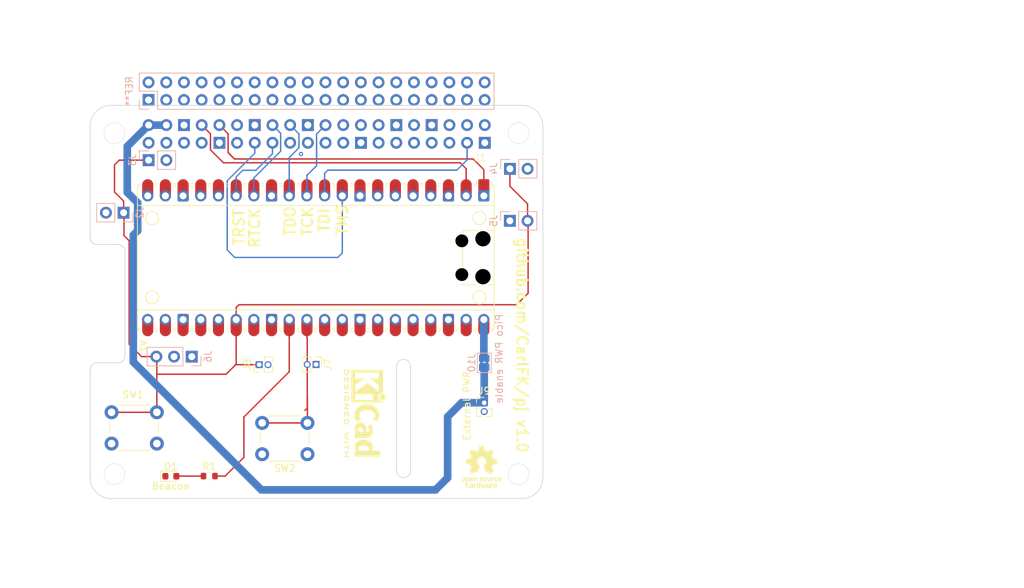
<source format=kicad_pcb>
(kicad_pcb (version 20240108) (generator "pcbnew") (generator_version "8.0")
  (layers (0 "F.Cu" signal) (31 "B.Cu" signal) (34 "B.Paste" user) (35 "F.Paste" user) (36 "B.SilkS" user "B.Silkscreen") (37 "F.SilkS" user "F.Silkscreen") (38 "B.Mask" user) (39 "F.Mask" user) (44 "Edge.Cuts" user))
  (net 0 "")
  (net 4 "Net-(A1-GPIO0)")
  (net 9 "Net-(A1-GPIO20)")
  (net 11 "GND")
  (net 16 "Net-(A1-VBUS)")
  (net 18 "/TDI")
  (net 19 "unconnected-(A1-GPIO3-Pad5)")
  (net 25 "/TRST")
  (net 33 "/RTCK")
  (net 36 "unconnected-(A1-GPIO4-Pad6)")
  (net 37 "unconnected-(A1-GPIO5-Pad7)")
  (net 46 "/TDO")
  (net 52 "/TMS")
  (net 53 "/TCK")
  (net 54 "Net-(A1-RUN)")
  (net 56 "Net-(J10-Pin_2)")
  (net 57 "Net-(D1-A)")
  (net 60 "Net-(A1-GPIO22)")
  (footprint "Resistor_SMD:R_0603_1608Metric" (layer "F.Cu") (at 53.52 93.77)
    (property "Reference" "R1" (at 0 -1.43 0) (layer "F.SilkS"))
    (property "Value" "4.7k")
    (pad "1" smd roundrect (at -0.825 0) (size 0.8 0.95) (layers "F.Cu" "F.Paste" "F.Mask") (net 57 "Net-(D1-A)"))
    (pad "2" smd roundrect (at 0.825 0) (size 0.8 0.95) (layers "F.Cu" "F.Paste" "F.Mask") (net 60 "Net-(A1-GPIO22)"))
  )
  (footprint "Connector_PinHeader_1.27mm:PinHeader_1x02_P1.27mm_Vertical" (layer "F.Cu") (at 93 83.23)
    (property "Reference" "J9" (at 0 -1.695 0) (layer "F.SilkS"))
    (property "Value" "External PWR" (at -2.49 0.43 -90) (layer "F.SilkS"))
    (pad "1" thru_hole rect (at 0 0) (size 1 1) (drill 0.65) (layers "*.Cu" "*.Mask") (net 56 "Net-(J10-Pin_2)"))
    (pad "2" thru_hole oval (at 0 1.27) (size 1 1) (drill 0.65) (layers "*.Cu" "*.Mask") (net 11 "GND"))
  )
  (footprint "LED_SMD:LED_0603_1608Metric" (layer "F.Cu") (at 48.01 93.79)
    (property "Reference" "D1" (at 0 -1.43 0) (layer "F.SilkS"))
    (property "Value" "Beacon" (at 0 1.43 0) (layer "F.SilkS"))
    (pad "1" smd roundrect (at -0.7875 0) (size 0.875 0.95) (layers "F.Cu" "F.Paste" "F.Mask") (net 11 "GND"))
    (pad "2" smd roundrect (at 0.7875 0) (size 0.875 0.95) (layers "F.Cu" "F.Paste" "F.Mask") (net 57 "Net-(D1-A)"))
  )
  (footprint "Button_Switch_THT:SW_PUSH_6mm_H4.3mm" (layer "F.Cu") (at 67.62 90.63 180)
    (property "Reference" "SW2" (at 3.25 -2 0) (layer "F.SilkS"))
    (property "Value" "SW_Push")
    (pad "1" thru_hole circle (at 0 0 270) (size 2 2) (drill 1.1) (layers "*.Cu" "*.Mask") (net 11 "GND"))
    (pad "1" thru_hole circle (at 6.5 0 270) (size 2 2) (drill 1.1) (layers "*.Cu" "*.Mask") (net 11 "GND"))
    (pad "2" thru_hole circle (at 0 4.5 270) (size 2 2) (drill 1.1) (layers "*.Cu" "*.Mask") (net 54 "Net-(A1-RUN)"))
    (pad "2" thru_hole circle (at 6.5 4.5 270) (size 2 2) (drill 1.1) (layers "*.Cu" "*.Mask") (net 54 "Net-(A1-RUN)"))
  )
  (footprint "Connector_PinHeader_1.27mm:PinHeader_1x02_P1.27mm_Vertical" (layer "F.Cu") (at 60.69 77.76 90)
    (property "Reference" "J8" (at 0 -1.695 90) (layer "F.SilkS"))
    (property "Value" "Conn_01x02")
    (pad "1" thru_hole rect (at 0 0 90) (size 1 1) (drill 0.65) (layers "*.Cu" "*.Mask") (net 9 "Net-(A1-GPIO20)"))
    (pad "2" thru_hole oval (at 0 1.27 90) (size 1 1) (drill 0.65) (layers "*.Cu" "*.Mask") (net 11 "GND"))
  )
  (footprint "Module_RaspberryPi_Pico:RaspberryPi_Pico_Common" (layer "F.Cu") (at 68.8175 62.39 -90)
    (property "Reference" "A1" (at 11.7475 24.765 -90) (layer "F.SilkS") (effects (justify left)))
    (property "Value" "RaspberryPi_Pico")
    (pad "" np_thru_hole circle (at -2.725 -24 270) (size 2.2 2.2) (drill 2.2) (layers "*.Mask"))
    (pad "" np_thru_hole circle (at -2.425 -20.97 270) (size 1.85 1.85) (drill 1.85) (layers "*.Mask"))
    (pad "" np_thru_hole circle (at 2.425 -20.97 270) (size 1.85 1.85) (drill 1.85) (layers "*.Mask"))
    (pad "" np_thru_hole circle (at 2.725 -24 270) (size 2.2 2.2) (drill 2.2) (layers "*.Mask"))
    (pad "1" thru_hole roundrect (at -8.89 -24.13 270) (size 1.6 1.6) (drill 1) (layers "*.Cu" "*.Mask") (roundrect_rratio 0.125) (net 4 "Net-(A1-GPIO0)"))
    (pad "1" smd custom (at -8.89 -24.13 270) (size 1.6 1.6) (layers "F.Cu" "F.Mask") (net 4 "Net-(A1-GPIO0)") (options (clearance outline) (anchor circle)) (primitives (gr_poly (pts (xy -2.4 0.6) (xy -2.4 -0.6) (xy -2.2 -0.8) (xy 0 -0.8) (xy 0 0.8) (xy -2.2 0.8)) (width 0) (fill yes)) (gr_circle (center -2.2 0.6) (end -2 0.6) (width 0) (fill yes)) (gr_circle (center -2.2 -0.6) (end -2 -0.6) (width 0) (fill yes))))
    (pad "2" thru_hole circle (at -8.89 -21.59 270) (size 1.6 1.6) (drill 1) (layers "*.Cu" "*.Mask"))
    (pad "2" smd roundrect (at -8.89 -21.59 270) (size 3.2 1.6) (drill (offset -0.8 0)) (layers "F.Cu" "F.Mask") (roundrect_rratio 0.5))
    (pad "3" thru_hole custom (at -8.89 -19.05 270) (size 1.6 1.6) (drill 1) (layers "*.Cu" "*.Mask") (net 11 "GND") (options (clearance outline) (anchor circle)) (primitives (gr_poly (pts (xy 0.8 0.6) (xy 0.8 -0.6) (xy 0.6 -0.8) (xy 0 -0.8) (xy 0 0.8) (xy 0.6 0.8)) (width 0) (fill yes)) (gr_circle (center 0.6 0.6) (end 0.8 0.6) (width 0) (fill yes)) (gr_circle (center 0.6 -0.6) (end 0.8 -0.6) (width 0) (fill yes))))
    (pad "3" smd custom (at -8.89 -19.05 270) (size 1.6 1.6) (layers "F.Cu" "F.Mask") (net 11 "GND") (options (clearance outline) (anchor circle)) (primitives (gr_poly (pts (xy 0.8 -0.6) (xy 0.8 0.6) (xy 0.6 0.8) (xy -1.6 0.8) (xy -1.6 -0.8) (xy 0.6 -0.8)) (width 0) (fill yes)) (gr_circle (center 0.6 0.6) (end 0.8 0.6) (width 0) (fill yes)) (gr_circle (center 0.6 -0.6) (end 0.8 -0.6) (width 0) (fill yes)) (gr_circle (center -1.6 0) (end -0.8 0) (width 0) (fill yes))))
    (pad "4" thru_hole circle (at -8.89 -16.51 270) (size 1.6 1.6) (drill 1) (layers "*.Cu" "*.Mask"))
    (pad "4" smd roundrect (at -8.89 -16.51 270) (size 3.2 1.6) (drill (offset -0.8 0)) (layers "F.Cu" "F.Mask") (roundrect_rratio 0.5))
    (pad "5" thru_hole circle (at -8.89 -13.97 270) (size 1.6 1.6) (drill 1) (layers "*.Cu" "*.Mask") (net 19 "unconnected-(A1-GPIO3-Pad5)"))
    (pad "5" smd roundrect (at -8.89 -13.97 270) (size 3.2 1.6) (drill (offset -0.8 0)) (layers "F.Cu" "F.Mask") (roundrect_rratio 0.5) (net 19 "unconnected-(A1-GPIO3-Pad5)"))
    (pad "6" thru_hole circle (at -8.89 -11.43 270) (size 1.6 1.6) (drill 1) (layers "*.Cu" "*.Mask") (net 36 "unconnected-(A1-GPIO4-Pad6)"))
    (pad "6" smd roundrect (at -8.89 -11.43 270) (size 3.2 1.6) (drill (offset -0.8 0)) (layers "F.Cu" "F.Mask") (roundrect_rratio 0.5) (net 36 "unconnected-(A1-GPIO4-Pad6)"))
    (pad "7" thru_hole circle (at -8.89 -8.89 270) (size 1.6 1.6) (drill 1) (layers "*.Cu" "*.Mask") (net 37 "unconnected-(A1-GPIO5-Pad7)"))
    (pad "7" smd roundrect (at -8.89 -8.89 270) (size 3.2 1.6) (drill (offset -0.8 0)) (layers "F.Cu" "F.Mask") (roundrect_rratio 0.5) (net 37 "unconnected-(A1-GPIO5-Pad7)"))
    (pad "8" thru_hole custom (at -8.89 -6.35 270) (size 1.6 1.6) (drill 1) (layers "*.Cu" "*.Mask") (net 11 "GND") (options (clearance outline) (anchor circle)) (primitives (gr_poly (pts (xy 0.8 0.6) (xy 0.8 -0.6) (xy 0.6 -0.8) (xy 0 -0.8) (xy 0 0.8) (xy 0.6 0.8)) (width 0) (fill yes)) (gr_circle (center 0.6 0.6) (end 0.8 0.6) (width 0) (fill yes)) (gr_circle (center 0.6 -0.6) (end 0.8 -0.6) (width 0) (fill yes))))
    (pad "8" smd custom (at -8.89 -6.35 270) (size 1.6 1.6) (layers "F.Cu" "F.Mask") (net 11 "GND") (options (clearance outline) (anchor circle)) (primitives (gr_poly (pts (xy 0.8 -0.6) (xy 0.8 0.6) (xy 0.6 0.8) (xy -1.6 0.8) (xy -1.6 -0.8) (xy 0.6 -0.8)) (width 0) (fill yes)) (gr_circle (center 0.6 0.6) (end 0.8 0.6) (width 0) (fill yes)) (gr_circle (center 0.6 -0.6) (end 0.8 -0.6) (width 0) (fill yes)) (gr_circle (center -1.6 0) (end -0.8 0) (width 0) (fill yes))))
    (pad "9" thru_hole circle (at -8.89 -3.81 270) (size 1.6 1.6) (drill 1) (layers "*.Cu" "*.Mask") (net 52 "/TMS"))
    (pad "9" smd roundrect (at -8.89 -3.81 270) (size 3.2 1.6) (drill (offset -0.8 0)) (layers "F.Cu" "F.Mask") (roundrect_rratio 0.5) (net 52 "/TMS"))
    (pad "10" thru_hole circle (at -8.89 -1.27 270) (size 1.6 1.6) (drill 1) (layers "*.Cu" "*.Mask") (net 18 "/TDI"))
    (pad "10" smd roundrect (at -8.89 -1.27 270) (size 3.2 1.6) (drill (offset -0.8 0)) (layers "F.Cu" "F.Mask") (roundrect_rratio 0.5) (net 18 "/TDI"))
    (pad "11" thru_hole circle (at -8.89 1.27 270) (size 1.6 1.6) (drill 1) (layers "*.Cu" "*.Mask") (net 53 "/TCK"))
    (pad "11" smd roundrect (at -8.89 1.27 270) (size 3.2 1.6) (drill (offset -0.8 0)) (layers "F.Cu" "F.Mask") (roundrect_rratio 0.5) (net 53 "/TCK"))
    (pad "12" thru_hole circle (at -8.89 3.81 270) (size 1.6 1.6) (drill 1) (layers "*.Cu" "*.Mask") (net 46 "/TDO"))
    (pad "12" smd roundrect (at -8.89 3.81 270) (size 3.2 1.6) (drill (offset -0.8 0)) (layers "F.Cu" "F.Mask") (roundrect_rratio 0.5) (net 46 "/TDO"))
    (pad "13" thru_hole custom (at -8.89 6.35 270) (size 1.6 1.6) (drill 1) (layers "*.Cu" "*.Mask") (net 11 "GND") (options (clearance outline) (anchor circle)) (primitives (gr_poly (pts (xy 0.8 0.6) (xy 0.8 -0.6) (xy 0.6 -0.8) (xy 0 -0.8) (xy 0 0.8) (xy 0.6 0.8)) (width 0) (fill yes)) (gr_circle (center 0.6 0.6) (end 0.8 0.6) (width 0) (fill yes)) (gr_circle (center 0.6 -0.6) (end 0.8 -0.6) (width 0) (fill yes))))
    (pad "13" smd custom (at -8.89 6.35 270) (size 1.6 1.6) (layers "F.Cu" "F.Mask") (net 11 "GND") (options (clearance outline) (anchor circle)) (primitives (gr_poly (pts (xy 0.8 -0.6) (xy 0.8 0.6) (xy 0.6 0.8) (xy -1.6 0.8) (xy -1.6 -0.8) (xy 0.6 -0.8)) (width 0) (fill yes)) (gr_circle (center 0.6 0.6) (end 0.8 0.6) (width 0) (fill yes)) (gr_circle (center 0.6 -0.6) (end 0.8 -0.6) (width 0) (fill yes)) (gr_circle (center -1.6 0) (end -0.8 0) (width 0) (fill yes))))
    (pad "14" thru_hole circle (at -8.89 8.89 270) (size 1.6 1.6) (drill 1) (layers "*.Cu" "*.Mask") (net 33 "/RTCK"))
    (pad "14" smd roundrect (at -8.89 8.89 270) (size 3.2 1.6) (drill (offset -0.8 0)) (layers "F.Cu" "F.Mask") (roundrect_rratio 0.5) (net 33 "/RTCK"))
    (pad "15" thru_hole circle (at -8.89 11.43 270) (size 1.6 1.6) (drill 1) (layers "*.Cu" "*.Mask") (net 25 "/TRST"))
    (pad "15" smd roundrect (at -8.89 11.43 270) (size 3.2 1.6) (drill (offset -0.8 0)) (layers "F.Cu" "F.Mask") (roundrect_rratio 0.5) (net 25 "/TRST"))
    (pad "16" thru_hole circle (at -8.89 13.97 270) (size 1.6 1.6) (drill 1) (layers "*.Cu" "*.Mask"))
    (pad "16" smd roundrect (at -8.89 13.97 270) (size 3.2 1.6) (drill (offset -0.8 0)) (layers "F.Cu" "F.Mask") (roundrect_rratio 0.5))
    (pad "17" thru_hole circle (at -8.89 16.51 270) (size 1.6 1.6) (drill 1) (layers "*.Cu" "*.Mask"))
    (pad "17" smd roundrect (at -8.89 16.51 270) (size 3.2 1.6) (drill (offset -0.8 0)) (layers "F.Cu" "F.Mask") (roundrect_rratio 0.5))
    (pad "18" thru_hole custom (at -8.89 19.05 270) (size 1.6 1.6) (drill 1) (layers "*.Cu" "*.Mask") (net 11 "GND") (options (clearance outline) (anchor circle)) (primitives (gr_poly (pts (xy 0.8 0.6) (xy 0.8 -0.6) (xy 0.6 -0.8) (xy 0 -0.8) (xy 0 0.8) (xy 0.6 0.8)) (width 0) (fill yes)) (gr_circle (center 0.6 0.6) (end 0.8 0.6) (width 0) (fill yes)) (gr_circle (center 0.6 -0.6) (end 0.8 -0.6) (width 0) (fill yes))))
    (pad "18" smd custom (at -8.89 19.05 270) (size 1.6 1.6) (layers "F.Cu" "F.Mask") (net 11 "GND") (options (clearance outline) (anchor circle)) (primitives (gr_poly (pts (xy 0.8 -0.6) (xy 0.8 0.6) (xy 0.6 0.8) (xy -1.6 0.8) (xy -1.6 -0.8) (xy 0.6 -0.8)) (width 0) (fill yes)) (gr_circle (center 0.6 0.6) (end 0.8 0.6) (width 0) (fill yes)) (gr_circle (center 0.6 -0.6) (end 0.8 -0.6) (width 0) (fill yes)) (gr_circle (center -1.6 0) (end -0.8 0) (width 0) (fill yes))))
    (pad "19" thru_hole circle (at -8.89 21.59 270) (size 1.6 1.6) (drill 1) (layers "*.Cu" "*.Mask"))
    (pad "19" smd roundrect (at -8.89 21.59 270) (size 3.2 1.6) (drill (offset -0.8 0)) (layers "F.Cu" "F.Mask") (roundrect_rratio 0.5))
    (pad "20" thru_hole circle (at -8.89 24.13 270) (size 1.6 1.6) (drill 1) (layers "*.Cu" "*.Mask"))
    (pad "20" smd roundrect (at -8.89 24.13 270) (size 3.2 1.6) (drill (offset -0.8 0)) (layers "F.Cu" "F.Mask") (roundrect_rratio 0.5))
    (pad "21" thru_hole circle (at 8.89 24.13 270) (size 1.6 1.6) (drill 1) (layers "*.Cu" "*.Mask"))
    (pad "21" smd roundrect (at 8.89 24.13 270) (size 3.2 1.6) (drill (offset 0.8 0)) (layers "F.Cu" "F.Mask") (roundrect_rratio 0.5))
    (pad "22" thru_hole circle (at 8.89 21.59 270) (size 1.6 1.6) (drill 1) (layers "*.Cu" "*.Mask"))
    (pad "22" smd roundrect (at 8.89 21.59 270) (size 3.2 1.6) (drill (offset 0.8 0)) (layers "F.Cu" "F.Mask") (roundrect_rratio 0.5))
    (pad "23" thru_hole custom (at 8.89 19.05 270) (size 1.6 1.6) (drill 1) (layers "*.Cu" "*.Mask") (net 11 "GND") (options (clearance outline) (anchor circle)) (primitives (gr_poly (pts (xy -0.8 0.6) (xy -0.8 -0.6) (xy -0.6 -0.8) (xy 0 -0.8) (xy 0 0.8) (xy -0.6 0.8)) (width 0) (fill yes)) (gr_circle (center -0.6 0.6) (end -0.4 0.6) (width 0) (fill yes)) (gr_circle (center -0.6 -0.6) (end -0.4 -0.6) (width 0) (fill yes))))
    (pad "23" smd custom (at 8.89 19.05 270) (size 1.6 1.6) (layers "F.Cu" "F.Mask") (net 11 "GND") (options (clearance outline) (anchor circle)) (primitives (gr_poly (pts (xy -0.8 -0.6) (xy -0.8 0.6) (xy -0.6 0.8) (xy 1.6 0.8) (xy 1.6 -0.8) (xy -0.6 -0.8)) (width 0) (fill yes)) (gr_circle (center -0.6 0.6) (end -0.4 0.6) (width 0) (fill yes)) (gr_circle (center -0.6 -0.6) (end -0.4 -0.6) (width 0) (fill yes)) (gr_circle (center 1.6 0) (end 2.4 0) (width 0) (fill yes))))
    (pad "24" thru_hole circle (at 8.89 16.51 270) (size 1.6 1.6) (drill 1) (layers "*.Cu" "*.Mask"))
    (pad "24" smd roundrect (at 8.89 16.51 270) (size 3.2 1.6) (drill (offset 0.8 0)) (layers "F.Cu" "F.Mask") (roundrect_rratio 0.5))
    (pad "25" thru_hole circle (at 8.89 13.97 270) (size 1.6 1.6) (drill 1) (layers "*.Cu" "*.Mask"))
    (pad "25" smd roundrect (at 8.89 13.97 270) (size 3.2 1.6) (drill (offset 0.8 0)) (layers "F.Cu" "F.Mask") (roundrect_rratio 0.5))
    (pad "26" thru_hole circle (at 8.89 11.43 270) (size 1.6 1.6) (drill 1) (layers "*.Cu" "*.Mask") (net 9 "Net-(A1-GPIO20)"))
    (pad "26" smd roundrect (at 8.89 11.43 270) (size 3.2 1.6) (drill (offset 0.8 0)) (layers "F.Cu" "F.Mask") (roundrect_rratio 0.5) (net 9 "Net-(A1-GPIO20)"))
    (pad "27" thru_hole circle (at 8.89 8.89 270) (size 1.6 1.6) (drill 1) (layers "*.Cu" "*.Mask"))
    (pad "27" smd roundrect (at 8.89 8.89 270) (size 3.2 1.6) (drill (offset 0.8 0)) (layers "F.Cu" "F.Mask") (roundrect_rratio 0.5))
    (pad "28" thru_hole custom (at 8.89 6.35 270) (size 1.6 1.6) (drill 1) (layers "*.Cu" "*.Mask") (net 11 "GND") (options (clearance outline) (anchor circle)) (primitives (gr_poly (pts (xy -0.8 0.6) (xy -0.8 -0.6) (xy -0.6 -0.8) (xy 0 -0.8) (xy 0 0.8) (xy -0.6 0.8)) (width 0) (fill yes)) (gr_circle (center -0.6 0.6) (end -0.4 0.6) (width 0) (fill yes)) (gr_circle (center -0.6 -0.6) (end -0.4 -0.6) (width 0) (fill yes))))
    (pad "28" smd custom (at 8.89 6.35 270) (size 1.6 1.6) (layers "F.Cu" "F.Mask") (net 11 "GND") (options (clearance outline) (anchor circle)) (primitives (gr_poly (pts (xy -0.8 -0.6) (xy -0.8 0.6) (xy -0.6 0.8) (xy 1.6 0.8) (xy 1.6 -0.8) (xy -0.6 -0.8)) (width 0) (fill yes)) (gr_circle (center -0.6 0.6) (end -0.4 0.6) (width 0) (fill yes)) (gr_circle (center -0.6 -0.6) (end -0.4 -0.6) (width 0) (fill yes)) (gr_circle (center 1.6 0) (end 2.4 0) (width 0) (fill yes))))
    (pad "29" thru_hole circle (at 8.89 3.81 270) (size 1.6 1.6) (drill 1) (layers "*.Cu" "*.Mask") (net 60 "Net-(A1-GPIO22)"))
    (pad "29" smd roundrect (at 8.89 3.81 270) (size 3.2 1.6) (drill (offset 0.8 0)) (layers "F.Cu" "F.Mask") (roundrect_rratio 0.5) (net 60 "Net-(A1-GPIO22)"))
    (pad "30" thru_hole circle (at 8.89 1.27 270) (size 1.6 1.6) (drill 1) (layers "*.Cu" "*.Mask") (net 54 "Net-(A1-RUN)"))
    (pad "30" smd roundrect (at 8.89 1.27 270) (size 3.2 1.6) (drill (offset 0.8 0)) (layers "F.Cu" "F.Mask") (roundrect_rratio 0.5) (net 54 "Net-(A1-RUN)"))
    (pad "31" thru_hole circle (at 8.89 -1.27 270) (size 1.6 1.6) (drill 1) (layers "*.Cu" "*.Mask"))
    (pad "31" smd roundrect (at 8.89 -1.27 270) (size 3.2 1.6) (drill (offset 0.8 0)) (layers "F.Cu" "F.Mask") (roundrect_rratio 0.5))
    (pad "32" thru_hole circle (at 8.89 -3.81 270) (size 1.6 1.6) (drill 1) (layers "*.Cu" "*.Mask"))
    (pad "32" smd roundrect (at 8.89 -3.81 270) (size 3.2 1.6) (drill (offset 0.8 0)) (layers "F.Cu" "F.Mask") (roundrect_rratio 0.5))
    (pad "33" thru_hole custom (at 8.89 -6.35 270) (size 1.6 1.6) (drill 1) (layers "*.Cu" "*.Mask") (options (clearance outline) (anchor circle)) (primitives (gr_poly (pts (xy -0.8 0.6) (xy -0.8 -0.6) (xy -0.6 -0.8) (xy 0 -0.8) (xy 0 0.8) (xy -0.6 0.8)) (width 0) (fill yes)) (gr_circle (center -0.6 0.6) (end -0.4 0.6) (width 0) (fill yes)) (gr_circle (center -0.6 -0.6) (end -0.4 -0.6) (width 0) (fill yes))))
    (pad "33" smd custom (at 8.89 -6.35 270) (size 1.6 1.6) (layers "F.Cu" "F.Mask") (options (clearance outline) (anchor circle)) (primitives (gr_poly (pts (xy -0.8 -0.6) (xy -0.8 0.6) (xy -0.6 0.8) (xy 1.6 0.8) (xy 1.6 -0.8) (xy -0.6 -0.8)) (width 0) (fill yes)) (gr_circle (center -0.6 0.6) (end -0.4 0.6) (width 0) (fill yes)) (gr_circle (center -0.6 -0.6) (end -0.4 -0.6) (width 0) (fill yes)) (gr_circle (center 1.6 0) (end 2.4 0) (width 0) (fill yes))))
    (pad "34" thru_hole circle (at 8.89 -8.89 270) (size 1.6 1.6) (drill 1) (layers "*.Cu" "*.Mask"))
    (pad "34" smd roundrect (at 8.89 -8.89 270) (size 3.2 1.6) (drill (offset 0.8 0)) (layers "F.Cu" "F.Mask") (roundrect_rratio 0.5))
    (pad "35" thru_hole circle (at 8.89 -11.43 270) (size 1.6 1.6) (drill 1) (layers "*.Cu" "*.Mask"))
    (pad "35" smd roundrect (at 8.89 -11.43 270) (size 3.2 1.6) (drill (offset 0.8 0)) (layers "F.Cu" "F.Mask") (roundrect_rratio 0.5))
    (pad "36" thru_hole circle (at 8.89 -13.97 270) (size 1.6 1.6) (drill 1) (layers "*.Cu" "*.Mask"))
    (pad "36" smd roundrect (at 8.89 -13.97 270) (size 3.2 1.6) (drill (offset 0.8 0)) (layers "F.Cu" "F.Mask") (roundrect_rratio 0.5))
    (pad "37" thru_hole circle (at 8.89 -16.51 270) (size 1.6 1.6) (drill 1) (layers "*.Cu" "*.Mask"))
    (pad "37" smd roundrect (at 8.89 -16.51 270) (size 3.2 1.6) (drill (offset 0.8 0)) (layers "F.Cu" "F.Mask") (roundrect_rratio 0.5))
    (pad "38" thru_hole custom (at 8.89 -19.05 270) (size 1.6 1.6) (drill 1) (layers "*.Cu" "*.Mask") (net 11 "GND") (options (clearance outline) (anchor circle)) (primitives (gr_poly (pts (xy -0.8 0.6) (xy -0.8 -0.6) (xy -0.6 -0.8) (xy 0 -0.8) (xy 0 0.8) (xy -0.6 0.8)) (width 0) (fill yes)) (gr_circle (center -0.6 0.6) (end -0.4 0.6) (width 0) (fill yes)) (gr_circle (center -0.6 -0.6) (end -0.4 -0.6) (width 0) (fill yes))))
    (pad "38" smd custom (at 8.89 -19.05 270) (size 1.6 1.6) (layers "F.Cu" "F.Mask") (net 11 "GND") (options (clearance outline) (anchor circle)) (primitives (gr_poly (pts (xy -0.8 -0.6) (xy -0.8 0.6) (xy -0.6 0.8) (xy 1.6 0.8) (xy 1.6 -0.8) (xy -0.6 -0.8)) (width 0) (fill yes)) (gr_circle (center -0.6 0.6) (end -0.4 0.6) (width 0) (fill yes)) (gr_circle (center -0.6 -0.6) (end -0.4 -0.6) (width 0) (fill yes)) (gr_circle (center 1.6 0) (end 2.4 0) (width 0) (fill yes))))
    (pad "39" thru_hole circle (at 8.89 -21.59 270) (size 1.6 1.6) (drill 1) (layers "*.Cu" "*.Mask"))
    (pad "39" smd roundrect (at 8.89 -21.59 270) (size 3.2 1.6) (drill (offset 0.8 0)) (layers "F.Cu" "F.Mask") (roundrect_rratio 0.5))
    (pad "40" thru_hole circle (at 8.89 -24.13 270) (size 1.6 1.6) (drill 1) (layers "*.Cu" "*.Mask") (net 16 "Net-(A1-VBUS)"))
    (pad "40" smd roundrect (at 8.89 -24.13 270) (size 3.2 1.6) (drill (offset 0.8 0)) (layers "F.Cu" "F.Mask") (roundrect_rratio 0.5) (net 16 "Net-(A1-VBUS)"))
  )
  (footprint "Symbol:KiCad-Logo2_5mm_SilkScreen" (layer "F.Cu") (at 75.87 84.76 -90)
    (property "Reference" "REF**" (hide yes))
    (property "Value" "KiCad-Logo2_5mm_SilkScreen" (hide yes))
  )
  (footprint "RPI_Hat:RPI_Hat_B+" (layer "F.Cu") (at 68.92 44.495)
    (property "Reference" "J1" (at 23.5 3.5 0) (layer "F.SilkS") (effects (font (thickness 0.1))))
    (property "Value" "RPi_GPIO")
    (fp_line (start -32.5 -1) (end -32.5 15) (stroke (width 0.1)) (layer "Edge.Cuts"))
    (fp_line (start -32.5 34) (end -32.5 49.5) (stroke (width 0.1)) (layer "Edge.Cuts"))
    (fp_line (start -31.5 16) (end -28.5 16) (stroke (width 0.1)) (layer "Edge.Cuts"))
    (fp_line (start -31.5 33) (end -28.5 33) (stroke (width 0.1)) (layer "Edge.Cuts"))
    (fp_line (start -29.5 -4) (end 29.5 -4) (stroke (width 0.1)) (layer "Edge.Cuts"))
    (fp_line (start -29.5 52.5) (end 29.5 52.5) (stroke (width 0.1)) (layer "Edge.Cuts"))
    (fp_line (start -27.5 17) (end -27.5 32) (stroke (width 0.1)) (layer "Edge.Cuts"))
    (fp_line (start 11.5 33.5) (end 11.5 48.5) (stroke (width 0.1)) (layer "Edge.Cuts"))
    (fp_line (start 13.5 33.5) (end 13.5 48.5) (stroke (width 0.1)) (layer "Edge.Cuts"))
    (fp_line (start 32.5 -1) (end 32.5 49.5) (stroke (width 0.1)) (layer "Edge.Cuts"))
    (fp_arc (start -32.5 -1) (mid -31.62132 -3.12132) (end -29.5 -4) (stroke (width 0.1)) (layer "Edge.Cuts"))
    (fp_arc (start -32.5 34) (mid -32.207107 33.292893) (end -31.5 33) (stroke (width 0.1)) (layer "Edge.Cuts"))
    (fp_arc (start -31.5 16) (mid -32.207107 15.707107) (end -32.5 15) (stroke (width 0.1)) (layer "Edge.Cuts"))
    (fp_arc (start -29.5 52.5) (mid -31.62132 51.62132) (end -32.5 49.5) (stroke (width 0.1)) (layer "Edge.Cuts"))
    (fp_arc (start -28.5 16) (mid -27.792893 16.292893) (end -27.5 17) (stroke (width 0.1)) (layer "Edge.Cuts"))
    (fp_arc (start -27.5 32) (mid -27.792893 32.707107) (end -28.5 33) (stroke (width 0.1)) (layer "Edge.Cuts"))
    (fp_arc (start 11.5 33.5) (mid 12.5 32.5) (end 13.5 33.5) (stroke (width 0.1)) (layer "Edge.Cuts"))
    (fp_arc (start 13.5 48.5) (mid 12.5 49.5) (end 11.5 48.5) (stroke (width 0.1)) (layer "Edge.Cuts"))
    (fp_arc (start 29.5 -4) (mid 31.62132 -3.12132) (end 32.5 -1) (stroke (width 0.1)) (layer "Edge.Cuts"))
    (fp_arc (start 32.5 49.5) (mid 31.62132 51.62132) (end 29.5 52.5) (stroke (width 0.1)) (layer "Edge.Cuts"))
    (fp_circle (center -29 0) (end -30.500001 -0.000001) (stroke (width 0.05)) (fill none) (layer "Edge.Cuts"))
    (fp_circle (center -29 49) (end -30.500001 49.000001) (stroke (width 0.05)) (fill none) (layer "Edge.Cuts"))
    (fp_circle (center 29 0) (end 30.500001 -0.000001) (stroke (width 0.05)) (fill none) (layer "Edge.Cuts"))
    (fp_circle (center 29 49) (end 30.500001 49.000001) (stroke (width 0.05)) (fill none) (layer "Edge.Cuts"))
    (pad "1" thru_hole circle (at -24.1 1.378 90) (size 1.7 1.7) (drill 1) (layers "*.Cu" "*.Mask"))
    (pad "2" thru_hole oval (at -24.1 -1.162 90) (size 1.7 1.7) (drill 1) (layers "*.Cu" "*.Mask") (net 56 "Net-(J10-Pin_2)"))
    (pad "3" thru_hole oval (at -21.56 1.378 90) (size 1.7 1.7) (drill 1) (layers "*.Cu" "*.Mask"))
    (pad "4" thru_hole oval (at -21.56 -1.162 90) (size 1.7 1.7) (drill 1) (layers "*.Cu" "*.Mask") (net 56 "Net-(J10-Pin_2)"))
    (pad "5" thru_hole oval (at -19.02 1.378 90) (size 1.7 1.7) (drill 1) (layers "*.Cu" "*.Mask"))
    (pad "6" thru_hole rect (at -19.02 -1.162 90) (size 1.7 1.7) (drill 1) (layers "*.Cu" "*.Mask") (net 11 "GND"))
    (pad "7" thru_hole oval (at -16.48 1.378 90) (size 1.7 1.7) (drill 1) (layers "*.Cu" "*.Mask"))
    (pad "8" thru_hole oval (at -16.48 -1.162 90) (size 1.7 1.7) (drill 1) (layers "*.Cu" "*.Mask"))
    (pad "9" thru_hole rect (at -13.94 1.378 90) (size 1.7 1.7) (drill 1) (layers "*.Cu" "*.Mask") (net 11 "GND"))
    (pad "10" thru_hole oval (at -13.94 -1.162 90) (size 1.7 1.7) (drill 1) (layers "*.Cu" "*.Mask") (net 4 "Net-(A1-GPIO0)"))
    (pad "11" thru_hole oval (at -11.4 1.378 90) (size 1.7 1.7) (drill 1) (layers "*.Cu" "*.Mask"))
    (pad "12" thru_hole oval (at -11.4 -1.162 90) (size 1.7 1.7) (drill 1) (layers "*.Cu" "*.Mask"))
    (pad "13" thru_hole oval (at -8.86 1.378 90) (size 1.7 1.7) (drill 1) (layers "*.Cu" "*.Mask") (net 52 "/TMS"))
    (pad "14" thru_hole rect (at -8.86 -1.162 90) (size 1.7 1.7) (drill 1) (layers "*.Cu" "*.Mask") (net 11 "GND"))
    (pad "15" thru_hole oval (at -6.32 1.378 90) (size 1.7 1.7) (drill 1) (layers "*.Cu" "*.Mask") (net 25 "/TRST"))
    (pad "16" thru_hole oval (at -6.32 -1.162 90) (size 1.7 1.7) (drill 1) (layers "*.Cu" "*.Mask") (net 33 "/RTCK"))
    (pad "17" thru_hole oval (at -3.78 1.378 90) (size 1.7 1.7) (drill 1) (layers "*.Cu" "*.Mask"))
    (pad "18" thru_hole oval (at -3.78 -1.162 90) (size 1.7 1.7) (drill 1) (layers "*.Cu" "*.Mask") (net 46 "/TDO"))
    (pad "19" thru_hole oval (at -1.24 1.378 90) (size 1.7 1.7) (drill 1) (layers "*.Cu" "*.Mask"))
    (pad "20" thru_hole rect (at -1.24 -1.162 90) (size 1.7 1.7) (drill 1) (layers "*.Cu" "*.Mask") (net 11 "GND"))
    (pad "21" thru_hole oval (at 1.3 1.378 90) (size 1.7 1.7) (drill 1) (layers "*.Cu" "*.Mask"))
    (pad "22" thru_hole oval (at 1.3 -1.162 90) (size 1.7 1.7) (drill 1) (layers "*.Cu" "*.Mask") (net 53 "/TCK"))
    (pad "23" thru_hole oval (at 3.84 1.378 90) (size 1.7 1.7) (drill 1) (layers "*.Cu" "*.Mask"))
    (pad "24" thru_hole oval (at 3.84 -1.162 90) (size 1.7 1.7) (drill 1) (layers "*.Cu" "*.Mask"))
    (pad "25" thru_hole rect (at 6.38 1.378 90) (size 1.7 1.7) (drill 1) (layers "*.Cu" "*.Mask") (net 11 "GND"))
    (pad "26" thru_hole oval (at 6.38 -1.162 90) (size 1.7 1.7) (drill 1) (layers "*.Cu" "*.Mask"))
    (pad "27" thru_hole oval (at 8.92 1.378 90) (size 1.7 1.7) (drill 1) (layers "*.Cu" "*.Mask"))
    (pad "28" thru_hole oval (at 8.92 -1.162 90) (size 1.7 1.7) (drill 1) (layers "*.Cu" "*.Mask"))
    (pad "29" thru_hole oval (at 11.46 1.378 90) (size 1.7 1.7) (drill 1) (layers "*.Cu" "*.Mask"))
    (pad "30" thru_hole rect (at 11.46 -1.162 90) (size 1.7 1.7) (drill 1) (layers "*.Cu" "*.Mask") (net 11 "GND"))
    (pad "31" thru_hole oval (at 14 1.378 90) (size 1.7 1.7) (drill 1) (layers "*.Cu" "*.Mask"))
    (pad "32" thru_hole oval (at 14 -1.162 90) (size 1.7 1.7) (drill 1) (layers "*.Cu" "*.Mask"))
    (pad "33" thru_hole oval (at 16.54 1.378 90) (size 1.7 1.7) (drill 1) (layers "*.Cu" "*.Mask"))
    (pad "34" thru_hole rect (at 16.54 -1.162 90) (size 1.7 1.7) (drill 1) (layers "*.Cu" "*.Mask") (net 11 "GND"))
    (pad "35" thru_hole oval (at 19.08 1.378 90) (size 1.7 1.7) (drill 1) (layers "*.Cu" "*.Mask"))
    (pad "36" thru_hole oval (at 19.08 -1.162 90) (size 1.7 1.7) (drill 1) (layers "*.Cu" "*.Mask"))
    (pad "37" thru_hole oval (at 21.62 1.378 90) (size 1.7 1.7) (drill 1) (layers "*.Cu" "*.Mask") (net 18 "/TDI"))
    (pad "38" thru_hole oval (at 21.62 -1.162 90) (size 1.7 1.7) (drill 1) (layers "*.Cu" "*.Mask"))
    (pad "39" thru_hole rect (at 24.16 1.378 90) (size 1.7 1.7) (drill 1) (layers "*.Cu" "*.Mask") (net 11 "GND"))
    (pad "40" thru_hole oval (at 24.16 -1.162 90) (size 1.7 1.7) (drill 1) (layers "*.Cu" "*.Mask"))
  )
  (footprint "Connector_PinHeader_1.27mm:PinHeader_1x02_P1.27mm_Vertical" (layer "F.Cu") (at 68.86 77.73 -90)
    (property "Reference" "J7" (at 0 -1.695 90) (layer "F.SilkS"))
    (property "Value" "Conn_01x02")
    (pad "1" thru_hole rect (at 0 0 270) (size 1 1) (drill 0.65) (layers "*.Cu" "*.Mask") (net 11 "GND"))
    (pad "2" thru_hole oval (at 0 1.27 270) (size 1 1) (drill 0.65) (layers "*.Cu" "*.Mask") (net 54 "Net-(A1-RUN)"))
  )
  (footprint "Symbol:OSHW-Logo_5.7x6mm_SilkScreen" (layer "F.Cu") (at 92.62 92.48)
    (property "Reference" "REF**" (hide yes))
    (property "Value" "OSHW-Logo_5.7x6mm_SilkScreen" (hide yes))
  )
  (footprint "Button_Switch_THT:SW_PUSH_6mm_H4.3mm" (layer "F.Cu") (at 39.5 84.6)
    (property "Reference" "SW1" (at 3.07 -2.52 0) (layer "F.SilkS"))
    (property "Value" "SW_Push")
    (pad "1" thru_hole circle (at 0 0 90) (size 2 2) (drill 1.1) (layers "*.Cu" "*.Mask") (net 9 "Net-(A1-GPIO20)"))
    (pad "1" thru_hole circle (at 6.5 0 90) (size 2 2) (drill 1.1) (layers "*.Cu" "*.Mask") (net 9 "Net-(A1-GPIO20)"))
    (pad "2" thru_hole circle (at 0 4.5 90) (size 2 2) (drill 1.1) (layers "*.Cu" "*.Mask") (net 11 "GND"))
    (pad "2" thru_hole circle (at 6.5 4.5 90) (size 2 2) (drill 1.1) (layers "*.Cu" "*.Mask") (net 11 "GND"))
  )
  (footprint "Connector_PinHeader_2.54mm:PinHeader_1x03_P2.54mm_Vertical" (layer "B.Cu") (at 51.01 76.6 90)
    (property "Reference" "J6" (at 0 2.33 -90) (layer "B.SilkS") (effects (justify mirror)))
    (property "Value" "4")
    (pad "1" thru_hole rect (at 0 0 90) (size 1.7 1.7) (drill 1) (layers "*.Cu" "*.Mask"))
    (pad "2" thru_hole oval (at 0 -2.54 90) (size 1.7 1.7) (drill 1) (layers "*.Cu" "*.Mask"))
    (pad "3" thru_hole oval (at 0 -5.08 90) (size 1.7 1.7) (drill 1) (layers "*.Cu" "*.Mask") (net 9 "Net-(A1-GPIO20)"))
  )
  (footprint "Connector_PinHeader_2.54mm:PinHeader_1x02_P2.54mm_Vertical" (layer "B.Cu") (at 96.68 57.09 -90)
    (property "Reference" "J5" (at 0 2.33 90) (layer "B.SilkS") (effects (justify mirror)))
    (property "Value" "3B+")
    (pad "1" thru_hole rect (at 0 0 270) (size 1.7 1.7) (drill 1) (layers "*.Cu" "*.Mask"))
    (pad "2" thru_hole oval (at 0 -2.54 270) (size 1.7 1.7) (drill 1) (layers "*.Cu" "*.Mask") (net 9 "Net-(A1-GPIO20)"))
  )
  (footprint "Connector_PinHeader_2.54mm:PinHeader_1x02_P2.54mm_Vertical" (layer "B.Cu") (at 44.82 48.37 -90)
    (property "Reference" "J3" (at 0 2.33 90) (layer "B.SilkS") (effects (justify mirror)))
    (property "Value" "zero")
    (pad "1" thru_hole rect (at 0 0 270) (size 1.7 1.7) (drill 1) (layers "*.Cu" "*.Mask") (net 9 "Net-(A1-GPIO20)"))
    (pad "2" thru_hole oval (at 0 -2.54 270) (size 1.7 1.7) (drill 1) (layers "*.Cu" "*.Mask"))
  )
  (footprint "Connector_PinHeader_2.54mm:PinHeader_1x02_P2.54mm_Vertical" (layer "B.Cu") (at 41.23 55.92 90)
    (property "Reference" "J2" (at 0 2.33 -90) (layer "B.SilkS") (effects (justify mirror)))
    (property "Value" "2B+")
    (pad "1" thru_hole rect (at 0 0 90) (size 1.7 1.7) (drill 1) (layers "*.Cu" "*.Mask") (net 9 "Net-(A1-GPIO20)"))
    (pad "2" thru_hole oval (at 0 -2.54 90) (size 1.7 1.7) (drill 1) (layers "*.Cu" "*.Mask"))
  )
  (footprint "Jumper:SolderJumper-2_P1.3mm_Bridged2Bar_Pad1.0x1.5mm" (layer "B.Cu") (at 93 77.5 -90)
    (property "Reference" "J10" (at 0 1.8 90) (layer "B.SilkS") (effects (justify mirror)))
    (property "Value" "Pico PWR enable" (at -0.59 -2.15 -90) (layer "B.SilkS") (effects (justify mirror)))
    (fp_poly (pts (xy -0.25 0.6) (xy 0.25 0.6) (xy 0.25 0.2) (xy -0.25 0.2)) (fill solid) (layer "B.Cu"))
    (fp_poly (pts (xy -0.25 -0.2) (xy 0.25 -0.2) (xy 0.25 -0.6) (xy -0.25 -0.6)) (fill solid) (layer "B.Cu"))
    (pad "1" smd rect (at -0.65 0 270) (size 1 1.5) (layers "B.Cu" "B.Mask") (net 16 "Net-(A1-VBUS)"))
    (pad "2" smd rect (at 0.65 0 270) (size 1 1.5) (layers "B.Cu" "B.Mask") (net 56 "Net-(J10-Pin_2)"))
  )
  (footprint "Connector_PinHeader_2.54mm:PinHeader_1x02_P2.54mm_Vertical" (layer "B.Cu") (at 96.69 49.61 -90)
    (property "Reference" "J4" (at 0 2.33 90) (layer "B.SilkS") (effects (justify mirror)))
    (property "Value" "3A+")
    (pad "1" thru_hole rect (at 0 0 270) (size 1.7 1.7) (drill 1) (layers "*.Cu" "*.Mask") (net 9 "Net-(A1-GPIO20)"))
    (pad "2" thru_hole oval (at 0 -2.54 270) (size 1.7 1.7) (drill 1) (layers "*.Cu" "*.Mask"))
  )
  (footprint "Connector_PinSocket_2.54mm:PinSocket_2x20_P2.54mm_Vertical" (layer "B.Cu") (at 44.81 39.73 -90)
    (property "Reference" "REF**" (at -1.27 2.77 90) (layer "B.SilkS") (effects (justify mirror)))
    (property "Value" "PinSocket_2x20_P2.54mm_Vertical")
    (pad "1" thru_hole rect (at 0 0 270) (size 1.7 1.7) (drill 1) (layers "*.Cu" "*.Mask"))
    (pad "2" thru_hole oval (at -2.54 0 270) (size 1.7 1.7) (drill 1) (layers "*.Cu" "*.Mask"))
    (pad "3" thru_hole oval (at 0 -2.54 270) (size 1.7 1.7) (drill 1) (layers "*.Cu" "*.Mask"))
    (pad "4" thru_hole oval (at -2.54 -2.54 270) (size 1.7 1.7) (drill 1) (layers "*.Cu" "*.Mask"))
    (pad "5" thru_hole oval (at 0 -5.08 270) (size 1.7 1.7) (drill 1) (layers "*.Cu" "*.Mask"))
    (pad "6" thru_hole oval (at -2.54 -5.08 270) (size 1.7 1.7) (drill 1) (layers "*.Cu" "*.Mask"))
    (pad "7" thru_hole oval (at 0 -7.62 270) (size 1.7 1.7) (drill 1) (layers "*.Cu" "*.Mask"))
    (pad "8" thru_hole oval (at -2.54 -7.62 270) (size 1.7 1.7) (drill 1) (layers "*.Cu" "*.Mask"))
    (pad "9" thru_hole oval (at 0 -10.16 270) (size 1.7 1.7) (drill 1) (layers "*.Cu" "*.Mask"))
    (pad "10" thru_hole oval (at -2.54 -10.16 270) (size 1.7 1.7) (drill 1) (layers "*.Cu" "*.Mask"))
    (pad "11" thru_hole oval (at 0 -12.7 270) (size 1.7 1.7) (drill 1) (layers "*.Cu" "*.Mask"))
    (pad "12" thru_hole oval (at -2.54 -12.7 270) (size 1.7 1.7) (drill 1) (layers "*.Cu" "*.Mask"))
    (pad "13" thru_hole oval (at 0 -15.24 270) (size 1.7 1.7) (drill 1) (layers "*.Cu" "*.Mask"))
    (pad "14" thru_hole oval (at -2.54 -15.24 270) (size 1.7 1.7) (drill 1) (layers "*.Cu" "*.Mask"))
    (pad "15" thru_hole oval (at 0 -17.78 270) (size 1.7 1.7) (drill 1) (layers "*.Cu" "*.Mask"))
    (pad "16" thru_hole oval (at -2.54 -17.78 270) (size 1.7 1.7) (drill 1) (layers "*.Cu" "*.Mask"))
    (pad "17" thru_hole oval (at 0 -20.32 270) (size 1.7 1.7) (drill 1) (layers "*.Cu" "*.Mask"))
    (pad "18" thru_hole oval (at -2.54 -20.32 270) (size 1.7 1.7) (drill 1) (layers "*.Cu" "*.Mask"))
    (pad "19" thru_hole oval (at 0 -22.86 270) (size 1.7 1.7) (drill 1) (layers "*.Cu" "*.Mask"))
    (pad "20" thru_hole oval (at -2.54 -22.86 270) (size 1.7 1.7) (drill 1) (layers "*.Cu" "*.Mask"))
    (pad "21" thru_hole oval (at 0 -25.4 270) (size 1.7 1.7) (drill 1) (layers "*.Cu" "*.Mask"))
    (pad "22" thru_hole oval (at -2.54 -25.4 270) (size 1.7 1.7) (drill 1) (layers "*.Cu" "*.Mask"))
    (pad "23" thru_hole oval (at 0 -27.94 270) (size 1.7 1.7) (drill 1) (layers "*.Cu" "*.Mask"))
    (pad "24" thru_hole oval (at -2.54 -27.94 270) (size 1.7 1.7) (drill 1) (layers "*.Cu" "*.Mask"))
    (pad "25" thru_hole oval (at 0 -30.48 270) (size 1.7 1.7) (drill 1) (layers "*.Cu" "*.Mask"))
    (pad "26" thru_hole oval (at -2.54 -30.48 270) (size 1.7 1.7) (drill 1) (layers "*.Cu" "*.Mask"))
    (pad "27" thru_hole oval (at 0 -33.02 270) (size 1.7 1.7) (drill 1) (layers "*.Cu" "*.Mask"))
    (pad "28" thru_hole oval (at -2.54 -33.02 270) (size 1.7 1.7) (drill 1) (layers "*.Cu" "*.Mask"))
    (pad "29" thru_hole oval (at 0 -35.56 270) (size 1.7 1.7) (drill 1) (layers "*.Cu" "*.Mask"))
    (pad "30" thru_hole oval (at -2.54 -35.56 270) (size 1.7 1.7) (drill 1) (layers "*.Cu" "*.Mask"))
    (pad "31" thru_hole oval (at 0 -38.1 270) (size 1.7 1.7) (drill 1) (layers "*.Cu" "*.Mask"))
    (pad "32" thru_hole oval (at -2.54 -38.1 270) (size 1.7 1.7) (drill 1) (layers "*.Cu" "*.Mask"))
    (pad "33" thru_hole oval (at 0 -40.64 270) (size 1.7 1.7) (drill 1) (layers "*.Cu" "*.Mask"))
    (pad "34" thru_hole oval (at -2.54 -40.64 270) (size 1.7 1.7) (drill 1) (layers "*.Cu" "*.Mask"))
    (pad "35" thru_hole oval (at 0 -43.18 270) (size 1.7 1.7) (drill 1) (layers "*.Cu" "*.Mask"))
    (pad "36" thru_hole oval (at -2.54 -43.18 270) (size 1.7 1.7) (drill 1) (layers "*.Cu" "*.Mask"))
    (pad "37" thru_hole oval (at 0 -45.72 270) (size 1.7 1.7) (drill 1) (layers "*.Cu" "*.Mask"))
    (pad "38" thru_hole oval (at -2.54 -45.72 270) (size 1.7 1.7) (drill 1) (layers "*.Cu" "*.Mask"))
    (pad "39" thru_hole oval (at 0 -48.26 270) (size 1.7 1.7) (drill 1) (layers "*.Cu" "*.Mask"))
    (pad "40" thru_hole oval (at -2.54 -48.26 270) (size 1.7 1.7) (drill 1) (layers "*.Cu" "*.Mask"))
  )
  (gr_text "github.com/CarlFK/pj v1.0" (at 97.55 59.4 270) (layer "F.SilkS") (effects (font (size 1.5 1.5) (thickness 0.3) (bold yes)) (justify left bottom)))
  (gr_text "TCK" (at 68.48 59.45 90) (layer "F.SilkS") (effects (font (size 1.5 1.5) (thickness 0.3) (bold yes)) (justify left bottom)))
  (gr_text "TMS" (at 73.5 59.29 90) (layer "F.SilkS") (effects (font (size 1.5 1.5) (thickness 0.3) (bold yes)) (justify left bottom)))
  (gr_text "TDO" (at 66 59.441429 90) (layer "F.SilkS") (effects (font (size 1.5 1.5) (thickness 0.3) (bold yes)) (justify left bottom)))
  (gr_text "TRST\n" (at 58.67 60.8 90) (layer "F.SilkS") (effects (font (size 1.5 1.5) (thickness 0.3) (bold yes)) (justify left bottom)))
  (gr_text "RTCK" (at 60.91 61.15 90) (layer "F.SilkS") (effects (font (size 1.5 1.5) (thickness 0.3) (bold yes)) (justify left bottom)))
  (gr_text "TDI" (at 70.89 58.9 90) (layer "F.SilkS") (effects (font (size 1.5 1.5) (thickness 0.3) (bold yes)) (justify left bottom)))
  (segment (start 53.6985 46.8915) (end 55.557 48.75) (width 0.2) (layer "F.Cu") (net 0))
  (segment (start 52.44 43.333) (end 53.6985 44.5915) (width 0.2) (layer "F.Cu") (net 0))
  (segment (start 90.4075 49.6075) (end 90.4075 53.5) (width 0.2) (layer "F.Cu") (net 0))
  (segment (start 89.55 48.75) (end 90.4075 49.6075) (width 0.2) (layer "F.Cu") (net 0))
  (segment (start 55.557 48.75) (end 89.55 48.75) (width 0.2) (layer "F.Cu") (net 0))
  (segment (start 53.6985 44.5915) (end 53.6985 46.8915) (width 0.2) (layer "F.Cu") (net 0))
  (segment (start 57.14 48.2) (end 56.31 47.37) (width 0.2) (layer "F.Cu") (net 4))
  (segment (start 56.595 47.655) (end 56.23 47.29) (width 0.2) (layer "F.Cu") (net 4))
  (segment (start 56.37 47.43) (end 56.595 47.655) (width 0.2) (layer "F.Cu") (net 4))
  (segment (start 56.2135 44.5665) (end 56.23 44.583) (width 0.2) (layer "F.Cu") (net 4))
  (segment (start 91.41 48.2) (end 92.9475 49.7375) (width 0.2) (layer "F.Cu") (net 4))
  (segment (start 54.98 43.333) (end 56.2135 44.5665) (width 0.2) (layer "F.Cu") (net 4))
  (segment (start 92.9475 49.7375) (end 92.9475 53.5) (width 0.2) (layer "F.Cu") (net 4))
  (segment (start 56.23 47.29) (end 56.23 45.14) (width 0.2) (layer "F.Cu") (net 4))
  (segment (start 57.14 48.2) (end 91.41 48.2) (width 0.2) (layer "F.Cu") (net 4))
  (segment (start 56.595 47.655) (end 57.14 48.2) (width 0.2) (layer "F.Cu") (net 4))
  (segment (start 56.23 44.583) (end 56.23 45.14) (width 0.2) (layer "F.Cu") (net 4))
  (segment (start 41.23 54.26) (end 41.23 55.92) (width 0.2) (layer "F.Cu") (net 9))
  (segment (start 39.92 49.06) (end 39.92 52.95) (width 0.2) (layer "F.Cu") (net 9))
  (segment (start 57.3875 71.28) (end 57.3875 69.5) (width 0.2) (layer "F.Cu") (net 9))
  (segment (start 44.82 48.37) (end 40.61 48.37) (width 0.2) (layer "F.Cu") (net 9))
  (segment (start 96.69 52.13) (end 99.22 54.66) (width 0.2) (layer "F.Cu") (net 9))
  (segment (start 60.69 77.76) (end 57.32 77.76) (width 0.2) (layer "F.Cu") (net 9))
  (segment (start 42.02 74.82) (end 43.8 76.6) (width 0.2) (layer "F.Cu") (net 9))
  (segment (start 99.29 57.09) (end 99.3 57.1) (width 0.2) (layer "F.Cu") (net 9))
  (segment (start 57.3875 71.28) (end 57.3875 77.6925) (width 0.2) (layer "F.Cu") (net 9))
  (segment (start 46 78.91) (end 46 76.67) (width 0.2) (layer "F.Cu") (net 9))
  (segment (start 46 84.6) (end 39.5 84.6) (width 0.2) (layer "F.Cu") (net 9))
  (segment (start 41.28 55.91) (end 41.28 59.21) (width 0.2) (layer "F.Cu") (net 9))
  (segment (start 40.61 48.37) (end 39.92 49.06) (width 0.2) (layer "F.Cu") (net 9))
  (segment (start 99.22 54.66) (end 99.22 57.09) (width 0.2) (layer "F.Cu") (net 9))
  (segment (start 57.783778 69.146278) (end 97.653722 69.146278) (width 0.2) (layer "F.Cu") (net 9))
  (segment (start 46 76.67) (end 45.93 76.6) (width 0.2) (layer "F.Cu") (net 9))
  (segment (start 57.32 77.76) (end 57.18 77.9) (width 0.2) (layer "F.Cu") (net 9))
  (segment (start 57.3875 69.5) (end 57.430056 69.5) (width 0.2) (layer "F.Cu") (net 9))
  (segment (start 97.653722 69.146278) (end 99.3 67.5) (width 0.2) (layer "F.Cu") (net 9))
  (segment (start 46 79.13) (end 55.95 79.13) (width 0.2) (layer "F.Cu") (net 9))
  (segment (start 46 84.6) (end 46 79.02) (width 0.2) (layer "F.Cu") (net 9))
  (segment (start 99.3 57.1) (end 99.3 67.5) (width 0.2) (layer "F.Cu") (net 9))
  (segment (start 41.28 59.21) (end 42.02 59.95) (width 0.2) (layer "F.Cu") (net 9))
  (segment (start 42.02 59.95) (end 42.02 74.82) (width 0.2) (layer "F.Cu") (net 9))
  (segment (start 55.95 79.13) (end 57.18 77.9) (width 0.2) (layer "F.Cu") (net 9))
  (segment (start 39.92 52.95) (end 41.23 54.26) (width 0.2) (layer "F.Cu") (net 9))
  (segment (start 43.8 76.6) (end 45.93 76.6) (width 0.2) (layer "F.Cu") (net 9))
  (segment (start 57.430056 69.5) (end 57.783778 69.146278) (width 0.2) (layer "F.Cu") (net 9))
  (segment (start 96.69 49.61) (end 96.69 52.13) (width 0.2) (layer "F.Cu") (net 9))
  (segment (start 57.3875 77.6925) (end 57.18 77.9) (width 0.2) (layer "F.Cu") (net 9))
  (via (at 66.7 47.49) (size 0.6) (drill 0.3) (layers "F.Cu" "B.Cu") (net 11))
  (segment (start 75.3 53.3675) (end 75.1675 53.5) (width 0.2) (layer "B.Cu") (net 11))
  (segment (start 93 71.3325) (end 92.9475 71.28) (width 1.1) (layer "F.Cu") (net 16))
  (segment (start 92.9475 76.7275) (end 92.95 76.73) (width 1.1) (layer "B.Cu") (net 16))
  (segment (start 92.9475 71.28) (end 92.9475 76.7275) (width 1.1) (layer "B.Cu") (net 16))
  (segment (start 70.0875 50.2725) (end 70.55 49.81) (width 0.2) (layer "B.Cu") (net 18))
  (segment (start 90.54 48.33) (end 90.54 45.873) (width 0.2) (layer "B.Cu") (net 18))
  (segment (start 70.55 49.81) (end 89.06 49.81) (width 0.2) (layer "B.Cu") (net 18))
  (segment (start 70.0875 53.5) (end 70.0875 50.2725) (width 0.2) (layer "B.Cu") (net 18))
  (segment (start 89.06 49.81) (end 90.54 48.33) (width 0.2) (layer "B.Cu") (net 18))
  (segment (start 70.22 53.3675) (end 70.0875 53.5) (width 0.2) (layer "B.Cu") (net 18))
  (segment (start 82.92 53.3675) (end 82.7875 53.5) (width 0.2) (layer "B.Cu") (net 19))
  (segment (start 60.22 49.83) (end 62.6 47.45) (width 0.2) (layer "B.Cu") (net 25))
  (segment (start 58.33 49.83) (end 60.22 49.83) (width 0.2) (layer "B.Cu") (net 25))
  (segment (start 57.3875 50.7725) (end 58.33 49.83) (width 0.2) (layer "B.Cu") (net 25))
  (segment (start 62.6 47.45) (end 62.6 45.873) (width 0.2) (layer "B.Cu") (net 25))
  (segment (start 57.3875 53.5) (end 57.3875 50.7725) (width 0.2) (layer "B.Cu") (net 25))
  (segment (start 63.77 47.08) (end 63.77 45.07) (width 0.2) (layer "B.Cu") (net 33))
  (segment (start 63.77 44.503) (end 63.77 45.07) (width 0.2) (layer "B.Cu") (net 33))
  (segment (start 59.9275 50.9225) (end 63.77 47.08) (width 0.2) (layer "B.Cu") (net 33))
  (segment (start 62.6 43.333) (end 63.77 44.503) (width 0.2) (layer "B.Cu") (net 33))
  (segment (start 59.9275 53.5) (end 59.9275 50.9225) (width 0.2) (layer "B.Cu") (net 33))
  (segment (start 80.38 53.3675) (end 80.2475 53.5) (width 0.2) (layer "B.Cu") (net 36))
  (segment (start 77.84 53.3675) (end 77.7075 53.5) (width 0.2) (layer "B.Cu") (net 37))
  (segment (start 65.14 43.333) (end 66.4 44.593) (width 0.2) (layer "B.Cu") (net 46))
  (segment (start 65.0075 47.9925) (end 65.0075 53.5) (width 0.2) (layer "B.Cu") (net 46))
  (segment (start 66.4 44.593) (end 66.4 46.6) (width 0.2) (layer "B.Cu") (net 46))
  (segment (start 66.4 46.6) (end 65.0075 47.9925) (width 0.2) (layer "B.Cu") (net 46))
  (segment (start 72.76 53.3675) (end 72.6275 53.5) (width 0.2) (layer "B.Cu") (net 52))
  (segment (start 56.1 55.28) (end 56.1 61.27) (width 0.2) (layer "B.Cu") (net 52))
  (segment (start 58.037157 49.397157) (end 56.1 51.334314) (width 0.2) (layer "B.Cu") (net 52))
  (segment (start 71.98 62.35) (end 72.6275 61.7025) (width 0.2) (layer "B.Cu") (net 52))
  (segment (start 56.1 55.08) (end 56.1 55.28) (width 0.2) (layer "B.Cu") (net 52))
  (segment (start 56.1 55.28) (end 56.1 55.4) (width 0.2) (layer "B.Cu") (net 52))
  (segment (start 56.1 51.334314) (end 56.1 55.08) (width 0.2) (layer "B.Cu") (net 52))
  (segment (start 60.06 47.374314) (end 58.037157 49.397157) (width 0.2) (layer "B.Cu") (net 52))
  (segment (start 72.6275 61.7025) (end 72.6275 53.5) (width 0.2) (layer "B.Cu") (net 52))
  (segment (start 60.06 45.873) (end 60.06 47.374314) (width 0.2) (layer "B.Cu") (net 52))
  (segment (start 57.18 62.35) (end 71.98 62.35) (width 0.2) (layer "B.Cu") (net 52))
  (segment (start 58.037157 49.397157) (end 57.944314 49.49) (width 0.2) (layer "B.Cu") (net 52))
  (segment (start 56.1 61.27) (end 57.18 62.35) (width 0.2) (layer "B.Cu") (net 52))
  (segment (start 67.46 53.4125) (end 67.5475 53.5) (width 0.2) (layer "F.Cu") (net 53))
  (segment (start 68.93 49.17) (end 68.93 46.77) (width 0.2) (layer "B.Cu") (net 53))
  (segment (start 68.93 44.623) (end 70.22 43.333) (width 0.2) (layer "B.Cu") (net 53))
  (segment (start 67.5475 50.5675) (end 67.54 50.56) (width 0.2) (layer "B.Cu") (net 53))
  (segment (start 68.93 47.53) (end 68.93 46.77) (width 0.2) (layer "B.Cu") (net 53))
  (segment (start 68.93 47.97) (end 68.93 47.53) (width 0.2) (layer "B.Cu") (net 53))
  (segment (start 68.705 49.395) (end 68.93 49.17) (width 0.2) (layer "B.Cu") (net 53))
  (segment (start 67.5475 53.5) (end 67.5475 50.5675) (width 0.2) (layer "B.Cu") (net 53))
  (segment (start 67.54 50.56) (end 68.705 49.395) (width 0.2) (layer "B.Cu") (net 53))
  (segment (start 68.93 46.77) (end 68.93 44.623) (width 0.2) (layer "B.Cu") (net 53))
  (segment (start 68.705 49.395) (end 68.86 49.24) (width 0.2) (layer "B.Cu") (net 53))
  (segment (start 67.62 82.34) (end 67.59 82.31) (width 0.2) (layer "F.Cu") (net 54))
  (segment (start 67.59 84.01) (end 67.26 84.34) (width 0.2) (layer "F.Cu") (net 54))
  (segment (start 67.62 86.13) (end 67.62 82.34) (width 0.2) (layer "F.Cu") (net 54))
  (segment (start 67.59 73.935) (end 67.59 77.73) (width 0.2) (layer "F.Cu") (net 54))
  (segment (start 67.5475 73.8925) (end 67.59 73.935) (width 0.2) (layer "F.Cu") (net 54))
  (segment (start 67.62 86.13) (end 61.12 86.13) (width 0.2) (layer "F.Cu") (net 54))
  (segment (start 67.59 82.31) (end 67.59 84.01) (width 0.2) (layer "F.Cu") (net 54))
  (segment (start 67.59 77.73) (end 67.59 82.31) (width 0.2) (layer "F.Cu") (net 54))
  (segment (start 67.5475 71.28) (end 67.5475 73.8925) (width 0.2) (layer "F.Cu") (net 54))
  (segment (start 61 95.75) (end 86 95.75) (width 1.1) (layer "B.Cu") (net 56))
  (segment (start 44.82 43.333) (end 47.36 43.333) (width 1.1) (layer "B.Cu") (net 56))
  (segment (start 89.75 83.23) (end 93 83.23) (width 1.1) (layer "B.Cu") (net 56))
  (segment (start 43.25 58.5) (end 42.616471 59.133529) (width 1.1) (layer "B.Cu") (net 56))
  (segment (start 86 95.75) (end 87.75 94) (width 1.1) (layer "B.Cu") (net 56))
  (segment (start 41.75 46.403) (end 41.75 53) (width 1.1) (layer "B.Cu") (net 56))
  (segment (start 42.616471 59.133529) (end 42.616471 77.366471) (width 1.1) (layer "B.Cu") (net 56))
  (segment (start 42.616471 77.366471) (end 61 95.75) (width 1.1) (layer "B.Cu") (net 56))
  (segment (start 44.82 43.333) (end 41.75 46.403) (width 1.1) (layer "B.Cu") (net 56))
  (segment (start 93 78.11) (end 93 83.23) (width 1.1) (layer "B.Cu") (net 56))
  (segment (start 87.75 94) (end 87.75 85.23) (width 1.1) (layer "B.Cu") (net 56))
  (segment (start 92.92 78.03) (end 93 78.11) (width 1.1) (layer "B.Cu") (net 56))
  (segment (start 41.75 53) (end 43.25 54.5) (width 1.1) (layer "B.Cu") (net 56))
  (segment (start 43.25 54.5) (end 43.25 58.5) (width 1.1) (layer "B.Cu") (net 56))
  (segment (start 87.75 85.23) (end 89.75 83.23) (width 1.1) (layer "B.Cu") (net 56))
  (segment (start 48.7975 93.79) (end 48.8175 93.77) (width 0.2) (layer "F.Cu") (net 57))
  (segment (start 48.8175 93.77) (end 52.695 93.77) (width 0.2) (layer "F.Cu") (net 57))
  (segment (start 58.5 91.08) (end 58.5 85.2775) (width 0.2) (layer "F.Cu") (net 60))
  (segment (start 55.81 93.77) (end 58.5 91.08) (width 0.2) (layer "F.Cu") (net 60))
  (segment (start 58.5 85.2775) (end 65.0075 78.77) (width 0.2) (layer "F.Cu") (net 60))
  (segment (start 54.345 93.77) (end 55.81 93.77) (width 0.2) (layer "F.Cu") (net 60))
  (segment (start 65.0075 78.77) (end 65.0075 71.28) (width 0.2) (layer "F.Cu") (net 60))
)
</source>
